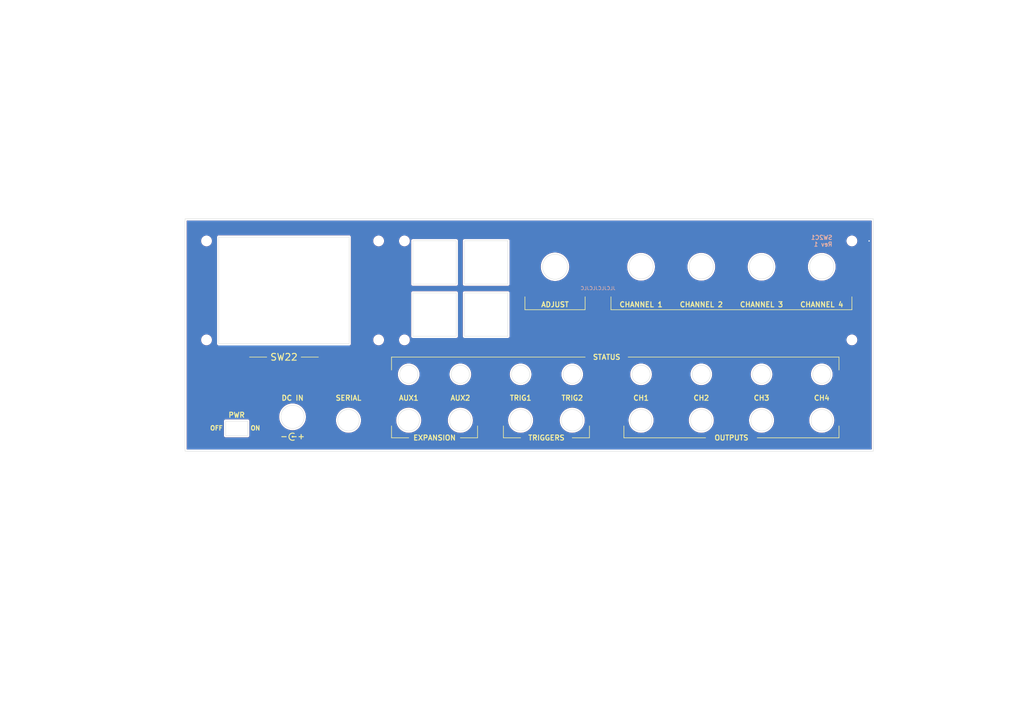
<source format=kicad_pcb>
(kicad_pcb (version 20211014) (generator pcbnew)
  (title_block (title "SW2C1 - Front Panel Cover") (date "2023-01-13") (rev "1") (company "saawsm"))
  (layers (0 "F.Cu" signal) (31 "B.Cu" signal) (34 "B.Paste" user) (35 "F.Paste" user) (36 "B.SilkS" user "B.Silkscreen") (37 "F.SilkS" user "F.Silkscreen") (38 "B.Mask" user) (39 "F.Mask" user) (44 "Edge.Cuts" user))
  (net 0 "")
  (net 1 "GND")
  (footprint "MountingHole:MountingHole_2.2mm_M2" (layer "F.Cu") (at 116.84 69.85)
    (fp_text reference "REF**" hide)
    (fp_text value "MountingHole_2.2mm_M2" hide)
    (pad "" np_thru_hole circle locked (at 0 0) (size 2.2 2.2) (drill 2.2) (layers *.Cu *.Mask))
  )
  (footprint "MountingHole:MountingHole_2.2mm_M2" (layer "F.Cu") (at 248.92 69.85)
    (fp_text reference "REF**" hide)
    (fp_text value "MountingHole_2.2mm_M2" hide)
    (pad "" np_thru_hole circle locked (at 0 0) (size 2.2 2.2) (drill 2.2) (layers *.Cu *.Mask))
  )
  (footprint "MountingHole:MountingHole_2.2mm_M2" (layer "F.Cu") (at 58.42 69.85)
    (fp_text reference "REF**" hide)
    (fp_text value "MountingHole_2.2mm_M2" hide)
    (pad "" np_thru_hole circle locked (at 0 0) (size 2.2 2.2) (drill 2.2) (layers *.Cu *.Mask))
  )
  (footprint "MountingHole:MountingHole_2.2mm_M2" (layer "F.Cu") (at 116.84 99.06)
    (fp_text reference "REF**" hide)
    (fp_text value "MountingHole_2.2mm_M2" hide)
    (pad "" np_thru_hole circle locked (at 0 0) (size 2.2 2.2) (drill 2.2) (layers *.Cu *.Mask))
  )
  (footprint "MountingHole:MountingHole_2.2mm_M2" (layer "F.Cu") (at 248.92 99.06)
    (fp_text reference "REF**" hide)
    (fp_text value "MountingHole_2.2mm_M2" hide)
    (pad "" np_thru_hole circle locked (at 0 0) (size 2.2 2.2) (drill 2.2) (layers *.Cu *.Mask))
  )
  (footprint "MountingHole:MountingHole_2.2mm_M2" (layer "F.Cu") (at 109.22 99.06)
    (fp_text reference "REF**" hide)
    (fp_text value "MountingHole_2.2mm_M2" hide)
    (pad "" np_thru_hole circle locked (at 0 0) (size 2.2 2.2) (drill 2.2) (layers *.Cu *.Mask))
  )
  (footprint "MountingHole:MountingHole_2.2mm_M2" (layer "F.Cu") (at 109.22 69.85)
    (fp_text reference "REF**" hide)
    (fp_text value "MountingHole_2.2mm_M2" hide)
    (pad "" np_thru_hole circle locked (at 0 0) (size 2.2 2.2) (drill 2.2) (layers *.Cu *.Mask))
  )
  (footprint "MountingHole:MountingHole_2.2mm_M2" (layer "F.Cu") (at 58.42 99.06)
    (fp_text reference "REF**" hide)
    (fp_text value "MountingHole_2.2mm_M2" hide)
    (pad "" np_thru_hole circle locked (at 0 0) (size 2.2 2.2) (drill 2.2) (layers *.Cu *.Mask))
  )
  (gr_line (start 113.03 124.46) (end 113.03 127.9525) (layer "F.SilkS") (width 0.2))
  (gr_line locked (start 177.8 90.15) (end 248.92 90.15) (layer "F.SilkS") (width 0.2))
  (gr_line locked (start 182.88 104.14) (end 245.11 104.14) (layer "F.SilkS") (width 0.2))
  (gr_line (start 166.37 127.9525) (end 171.45 127.9525) (layer "F.SilkS") (width 0.2))
  (gr_line locked (start 71.12 104.14) (end 76.2 104.14) (layer "F.SilkS") (width 0.2))
  (gr_line (start 133.35 127.9525) (end 138.43 127.9525) (layer "F.SilkS") (width 0.2))
  (gr_line locked (start 83.82 127.635) (end 84.8851 127.635) (layer "F.SilkS") (width 0.3))
  (gr_line (start 146.05 127.9525) (end 151.13 127.9525) (layer "F.SilkS") (width 0.2))
  (gr_line locked (start 170.18 86.34) (end 170.18 90.15) (layer "F.SilkS") (width 0.2))
  (gr_line locked (start 248.92 86.34) (end 248.92 90.15) (layer "F.SilkS") (width 0.2))
  (gr_circle locked (center 83.820313 127.635) (end 84.020313 127.635) (layer "F.SilkS") (width 0.15) (fill solid))
  (gr_line (start 181.61 124.46) (end 181.61 127.9525) (layer "F.SilkS") (width 0.2))
  (gr_line locked (start 177.8 86.34) (end 177.8 90.15) (layer "F.SilkS") (width 0.2))
  (gr_line locked (start 152.4 86.34) (end 152.4 90.15) (layer "F.SilkS") (width 0.2))
  (gr_line (start 113.03 127.9525) (end 118.11 127.9525) (layer "F.SilkS") (width 0.2))
  (gr_line locked (start 113.03 104.14) (end 170.18 104.14) (layer "F.SilkS") (width 0.2))
  (gr_line locked (start 152.4 90.15) (end 170.18 90.15) (layer "F.SilkS") (width 0.2))
  (gr_line (start 138.43 124.46) (end 138.43 127.9525) (layer "F.SilkS") (width 0.2))
  (gr_line locked (start 86.36 104.14) (end 91.44 104.14) (layer "F.SilkS") (width 0.2))
  (gr_line locked (start 113.03 104.14) (end 113.03 107.95) (layer "F.SilkS") (width 0.2))
  (gr_line locked (start 245.11 104.14) (end 245.11 107.95) (layer "F.SilkS") (width 0.2))
  (gr_line (start 181.61 127.9525) (end 205.74 127.9525) (layer "F.SilkS") (width 0.2))
  (gr_line (start 171.45 124.46) (end 171.45 127.9525) (layer "F.SilkS") (width 0.2))
  (gr_line (start 220.98 127.9525) (end 245.11 127.9525) (layer "F.SilkS") (width 0.2))
  (gr_line (start 146.05 124.46) (end 146.05 127.9525) (layer "F.SilkS") (width 0.2))
  (gr_arc locked (start 84.29625 128.5875) (mid 82.755526 127.635) (end 84.29625 126.6825) (layer "F.SilkS") (width 0.3))
  (gr_line locked (start 86.36 128.27) (end 86.36 127) (layer "F.SilkS") (width 0.3))
  (gr_line locked (start 85.725 127.635) (end 86.995 127.635) (layer "F.SilkS") (width 0.3))
  (gr_line (start 245.11 124.46) (end 245.11 127.9525) (layer "F.SilkS") (width 0.2))
  (gr_line locked (start 80.645 127.635) (end 81.915 127.635) (layer "F.SilkS") (width 0.3))
  (gr_circle locked (center 166.37 109.22) (end 169.07 109.22) (layer "Edge.Cuts") (width 0.1) (fill none))
  (gr_rect locked (start 134.57 85.19) (end 147.37 97.99) (layer "Edge.Cuts") (width 0.1) (fill none))
  (gr_circle locked (center 151.13 122.77) (end 154.33 122.77) (layer "Edge.Cuts") (width 0.1) (fill none))
  (gr_rect locked (start 119.33 85.19) (end 132.13 97.99) (layer "Edge.Cuts") (width 0.1) (fill none))
  (gr_circle locked (center 100.33 122.77) (end 103.53 122.77) (layer "Edge.Cuts") (width 0.1) (fill none))
  (gr_circle locked (center 240.03 77.47) (end 243.63 77.47) (layer "Edge.Cuts") (width 0.1) (fill none))
  (gr_circle locked (center 83.82 121.77) (end 87.27 121.77) (layer "Edge.Cuts") (width 0.1) (fill none))
  (gr_circle locked (center 151.13 109.22) (end 153.83 109.22) (layer "Edge.Cuts") (width 0.1) (fill none))
  (gr_circle locked (center 240.03 109.22) (end 242.73 109.22) (layer "Edge.Cuts") (width 0.1) (fill none))
  (gr_rect locked (start 52.07 63.32982) (end 255.27 131.91) (layer "Edge.Cuts") (width 0.1) (fill none))
  (gr_circle locked (center 186.69 109.22) (end 189.39 109.22) (layer "Edge.Cuts") (width 0.1) (fill none))
  (gr_circle locked (center 186.69 77.47) (end 190.29 77.47) (layer "Edge.Cuts") (width 0.1) (fill none))
  (gr_circle locked (center 133.35 122.77) (end 136.55 122.77) (layer "Edge.Cuts") (width 0.1) (fill none))
  (gr_circle locked (center 204.47 122.77) (end 207.67 122.77) (layer "Edge.Cuts") (width 0.1) (fill none))
  (gr_circle locked (center 118.11 122.77) (end 121.31 122.77) (layer "Edge.Cuts") (width 0.1) (fill none))
  (gr_circle locked (center 204.47 77.47) (end 208.07 77.47) (layer "Edge.Cuts") (width 0.1) (fill none))
  (gr_circle locked (center 166.37 122.77) (end 169.57 122.77) (layer "Edge.Cuts") (width 0.1) (fill none))
  (gr_circle locked (center 222.25 109.22) (end 224.95 109.22) (layer "Edge.Cuts") (width 0.1) (fill none))
  (gr_circle locked (center 240.03 122.77) (end 243.23 122.77) (layer "Edge.Cuts") (width 0.1) (fill none))
  (gr_circle locked (center 133.35 109.22) (end 136.05 109.22) (layer "Edge.Cuts") (width 0.1) (fill none))
  (gr_circle locked (center 222.25 122.77) (end 225.45 122.77) (layer "Edge.Cuts") (width 0.1) (fill none))
  (gr_circle locked (center 118.11 109.22) (end 120.81 109.22) (layer "Edge.Cuts") (width 0.1) (fill none))
  (gr_rect (start 62.03 68.705) (end 100.53 100.205) (layer "Edge.Cuts") (width 0.1) (fill none))
  (gr_circle locked (center 186.69 122.77) (end 189.89 122.77) (layer "Edge.Cuts") (width 0.1) (fill none))
  (gr_circle locked (center 161.29 77.47) (end 164.99 77.47) (layer "Edge.Cuts") (width 0.1) (fill none))
  (gr_rect locked (start 119.33 69.8) (end 132.13 82.6) (layer "Edge.Cuts") (width 0.1) (fill none))
  (gr_rect locked (start 134.57 69.8) (end 147.37 82.6) (layer "Edge.Cuts") (width 0.1) (fill none))
  (gr_circle locked (center 204.47 109.22) (end 207.17 109.22) (layer "Edge.Cuts") (width 0.1) (fill none))
  (gr_circle locked (center 222.25 77.47) (end 225.85 77.47) (layer "Edge.Cuts") (width 0.1) (fill none))
  (gr_rect locked (start 64.06 123.02) (end 70.56 127.32) (layer "Edge.Cuts") (width 0.1) (fill none))
  (gr_text "SW2C1\nRev 1" (at 243.28 69.85) (layer "B.SilkS") (effects (font (size 1.25 1.25) (thickness 0.25)) (justify left mirror)))
  (gr_text "JLCJLCJLCJLC" (at 173.99 83.82) (layer "B.SilkS") (effects (font (size 1 1)) (justify mirror)))
  (gr_text "OUTPUTS" (at 213.36 127.9525) (layer "F.SilkS") (effects (font (size 1.5 1.5) (thickness 0.3))))
  (gr_text "AUX2" (at 133.35 116.205) (layer "F.SilkS") (effects (font (size 1.5 1.5) (thickness 0.3))))
  (gr_text "STATUS" (at 176.53 104.14) (layer "F.SilkS") (effects (font (size 1.5 1.5) (thickness 0.3))))
  (gr_text "SW22" (at 81.28 104.14) (layer "F.SilkS") (effects (font (size 2 2) (thickness 0.3))))
  (gr_text "CH4" (at 240.03 116.205) (layer "F.SilkS") (effects (font (size 1.5 1.5) (thickness 0.3))))
  (gr_text "ON" (at 72.849878 125.095) (layer "F.SilkS") (effects (font (size 1.3 1.3) (thickness 0.3))))
  (gr_text "ADJUST" (at 161.29 88.63) (layer "F.SilkS") (effects (font (size 1.5 1.5) (thickness 0.3))))
  (gr_text "TRIG1" (at 151.13 116.205) (layer "F.SilkS") (effects (font (size 1.5 1.5) (thickness 0.3))))
  (gr_text "PWR" (at 67.31 121.235) (layer "F.SilkS") (effects (font (size 1.5 1.5) (thickness 0.3))))
  (gr_text "TRIGGERS" (at 158.75 127.9525) (layer "F.SilkS") (effects (font (size 1.5 1.5) (thickness 0.3))))
  (gr_text "EXPANSION" (at 125.73 127.9525) (layer "F.SilkS") (effects (font (size 1.5 1.5) (thickness 0.3))))
  (gr_text "TRIG2" (at 166.37 116.205) (layer "F.SilkS") (effects (font (size 1.5 1.5) (thickness 0.3))))
  (gr_text "CHANNEL 1" (at 186.69 88.63) (layer "F.SilkS") (effects (font (size 1.5 1.5) (thickness 0.3))))
  (gr_text "CH2" (at 204.47 116.205) (layer "F.SilkS") (effects (font (size 1.5 1.5) (thickness 0.3))))
  (gr_text "AUX1" (at 118.11 116.205) (layer "F.SilkS") (effects (font (size 1.5 1.5) (thickness 0.3))))
  (gr_text "SERIAL" (at 100.33 116.205) (layer "F.SilkS") (effects (font (size 1.5 1.5) (thickness 0.3))))
  (gr_text "CHANNEL 4" (at 240.03 88.63) (layer "F.SilkS") (effects (font (size 1.5 1.5) (thickness 0.3))))
  (gr_text "CHANNEL 3" (at 222.25 88.63) (layer "F.SilkS") (effects (font (size 1.5 1.5) (thickness 0.3))))
  (gr_text "OFF" (at 61.345 125.095) (layer "F.SilkS") (effects (font (size 1.3 1.3) (thickness 0.3))))
  (gr_text "CHANNEL 2" (at 204.47 88.63) (layer "F.SilkS") (effects (font (size 1.5 1.5) (thickness 0.3))))
  (gr_text "DC IN" (at 83.82 116.205) (layer "F.SilkS") (effects (font (size 1.5 1.5) (thickness 0.3))))
  (gr_text "CH1" (at 186.69 116.205) (layer "F.SilkS") (effects (font (size 1.5 1.5) (thickness 0.3))))
  (gr_text "CH3" (at 222.25 116.205) (layer "F.SilkS") (effects (font (size 1.5 1.5) (thickness 0.3))))
  (via locked (at 254 69.85) (size 0.8) (drill 0.4) (layers "F.Cu" "B.Cu") (net 1))
  (zone locked (net 1) (net_name "GND") (layers F&B.Cu) (connect_pads (clearance 0.508)) (min_thickness 0.254) (fill yes (thermal_gap 0.508) (thermal_bridge_width 0.508) (island_removal_mode 1) (island_area_min 0))
    (polygon (pts (xy 299.72 212.09) (xy -2.54 212.09) (xy -2.54 -1.27) (xy 299.72 -1.27)))
  )
)
</source>
